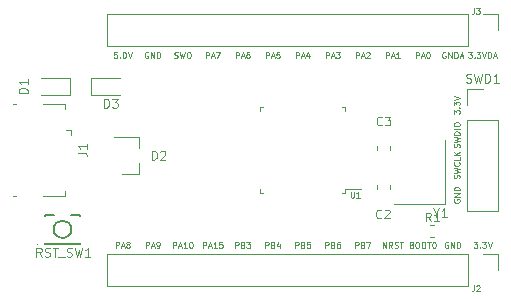
<source format=gbr>
G04 #@! TF.GenerationSoftware,KiCad,Pcbnew,(5.1.4)-1*
G04 #@! TF.CreationDate,2019-12-06T22:53:01-05:00*
G04 #@! TF.ProjectId,STM32G4DevBoard,53544d33-3247-4344-9465-76426f617264,rev?*
G04 #@! TF.SameCoordinates,Original*
G04 #@! TF.FileFunction,Legend,Top*
G04 #@! TF.FilePolarity,Positive*
%FSLAX46Y46*%
G04 Gerber Fmt 4.6, Leading zero omitted, Abs format (unit mm)*
G04 Created by KiCad (PCBNEW (5.1.4)-1) date 2019-12-06 22:53:01*
%MOMM*%
%LPD*%
G04 APERTURE LIST*
%ADD10C,0.100000*%
%ADD11C,0.120000*%
%ADD12C,0.127000*%
G04 APERTURE END LIST*
D10*
X145165000Y-95513952D02*
X145141190Y-95561571D01*
X145141190Y-95633000D01*
X145165000Y-95704428D01*
X145212619Y-95752047D01*
X145260238Y-95775857D01*
X145355476Y-95799666D01*
X145426904Y-95799666D01*
X145522142Y-95775857D01*
X145569761Y-95752047D01*
X145617380Y-95704428D01*
X145641190Y-95633000D01*
X145641190Y-95585380D01*
X145617380Y-95513952D01*
X145593571Y-95490142D01*
X145426904Y-95490142D01*
X145426904Y-95585380D01*
X145641190Y-95275857D02*
X145141190Y-95275857D01*
X145641190Y-94990142D01*
X145141190Y-94990142D01*
X145641190Y-94752047D02*
X145141190Y-94752047D01*
X145141190Y-94633000D01*
X145165000Y-94561571D01*
X145212619Y-94513952D01*
X145260238Y-94490142D01*
X145355476Y-94466333D01*
X145426904Y-94466333D01*
X145522142Y-94490142D01*
X145569761Y-94513952D01*
X145617380Y-94561571D01*
X145641190Y-94633000D01*
X145641190Y-94752047D01*
X145617380Y-93723953D02*
X145641190Y-93652524D01*
X145641190Y-93533477D01*
X145617380Y-93485858D01*
X145593571Y-93462048D01*
X145545952Y-93438239D01*
X145498333Y-93438239D01*
X145450714Y-93462048D01*
X145426904Y-93485858D01*
X145403095Y-93533477D01*
X145379285Y-93628715D01*
X145355476Y-93676334D01*
X145331666Y-93700143D01*
X145284047Y-93723953D01*
X145236428Y-93723953D01*
X145188809Y-93700143D01*
X145165000Y-93676334D01*
X145141190Y-93628715D01*
X145141190Y-93509667D01*
X145165000Y-93438239D01*
X145141190Y-93271572D02*
X145641190Y-93152524D01*
X145284047Y-93057286D01*
X145641190Y-92962048D01*
X145141190Y-92843001D01*
X145593571Y-92366810D02*
X145617380Y-92390620D01*
X145641190Y-92462048D01*
X145641190Y-92509667D01*
X145617380Y-92581096D01*
X145569761Y-92628715D01*
X145522142Y-92652524D01*
X145426904Y-92676334D01*
X145355476Y-92676334D01*
X145260238Y-92652524D01*
X145212619Y-92628715D01*
X145165000Y-92581096D01*
X145141190Y-92509667D01*
X145141190Y-92462048D01*
X145165000Y-92390620D01*
X145188809Y-92366810D01*
X145641190Y-91914429D02*
X145641190Y-92152524D01*
X145141190Y-92152524D01*
X145641190Y-91747762D02*
X145141190Y-91747762D01*
X145641190Y-91462048D02*
X145355476Y-91676334D01*
X145141190Y-91462048D02*
X145426904Y-91747762D01*
X145617380Y-91112523D02*
X145641190Y-91041095D01*
X145641190Y-90922047D01*
X145617380Y-90874428D01*
X145593571Y-90850619D01*
X145545952Y-90826809D01*
X145498333Y-90826809D01*
X145450714Y-90850619D01*
X145426904Y-90874428D01*
X145403095Y-90922047D01*
X145379285Y-91017285D01*
X145355476Y-91064904D01*
X145331666Y-91088714D01*
X145284047Y-91112523D01*
X145236428Y-91112523D01*
X145188809Y-91088714D01*
X145165000Y-91064904D01*
X145141190Y-91017285D01*
X145141190Y-90898238D01*
X145165000Y-90826809D01*
X145141190Y-90660142D02*
X145641190Y-90541095D01*
X145284047Y-90445857D01*
X145641190Y-90350619D01*
X145141190Y-90231571D01*
X145641190Y-90041095D02*
X145141190Y-90041095D01*
X145141190Y-89922047D01*
X145165000Y-89850619D01*
X145212619Y-89803000D01*
X145260238Y-89779190D01*
X145355476Y-89755380D01*
X145426904Y-89755380D01*
X145522142Y-89779190D01*
X145569761Y-89803000D01*
X145617380Y-89850619D01*
X145641190Y-89922047D01*
X145641190Y-90041095D01*
X145641190Y-89541095D02*
X145141190Y-89541095D01*
X145141190Y-89207761D02*
X145141190Y-89112523D01*
X145165000Y-89064904D01*
X145212619Y-89017285D01*
X145307857Y-88993476D01*
X145474523Y-88993476D01*
X145569761Y-89017285D01*
X145617380Y-89064904D01*
X145641190Y-89112523D01*
X145641190Y-89207761D01*
X145617380Y-89255380D01*
X145569761Y-89303000D01*
X145474523Y-89326809D01*
X145307857Y-89326809D01*
X145212619Y-89303000D01*
X145165000Y-89255380D01*
X145141190Y-89207761D01*
X145141190Y-88251095D02*
X145141190Y-87941571D01*
X145331666Y-88108238D01*
X145331666Y-88036809D01*
X145355476Y-87989190D01*
X145379285Y-87965380D01*
X145426904Y-87941571D01*
X145545952Y-87941571D01*
X145593571Y-87965380D01*
X145617380Y-87989190D01*
X145641190Y-88036809D01*
X145641190Y-88179666D01*
X145617380Y-88227285D01*
X145593571Y-88251095D01*
X145593571Y-87727285D02*
X145617380Y-87703476D01*
X145641190Y-87727285D01*
X145617380Y-87751095D01*
X145593571Y-87727285D01*
X145641190Y-87727285D01*
X145141190Y-87536809D02*
X145141190Y-87227285D01*
X145331666Y-87393952D01*
X145331666Y-87322523D01*
X145355476Y-87274904D01*
X145379285Y-87251095D01*
X145426904Y-87227285D01*
X145545952Y-87227285D01*
X145593571Y-87251095D01*
X145617380Y-87274904D01*
X145641190Y-87322523D01*
X145641190Y-87465380D01*
X145617380Y-87513000D01*
X145593571Y-87536809D01*
X145141190Y-87084428D02*
X145641190Y-86917761D01*
X145141190Y-86751095D01*
X144653047Y-99127500D02*
X144605428Y-99103690D01*
X144534000Y-99103690D01*
X144462571Y-99127500D01*
X144414952Y-99175119D01*
X144391142Y-99222738D01*
X144367333Y-99317976D01*
X144367333Y-99389404D01*
X144391142Y-99484642D01*
X144414952Y-99532261D01*
X144462571Y-99579880D01*
X144534000Y-99603690D01*
X144581619Y-99603690D01*
X144653047Y-99579880D01*
X144676857Y-99556071D01*
X144676857Y-99389404D01*
X144581619Y-99389404D01*
X144891142Y-99603690D02*
X144891142Y-99103690D01*
X145176857Y-99603690D01*
X145176857Y-99103690D01*
X145414952Y-99603690D02*
X145414952Y-99103690D01*
X145534000Y-99103690D01*
X145605428Y-99127500D01*
X145653047Y-99175119D01*
X145676857Y-99222738D01*
X145700666Y-99317976D01*
X145700666Y-99389404D01*
X145676857Y-99484642D01*
X145653047Y-99532261D01*
X145605428Y-99579880D01*
X145534000Y-99603690D01*
X145414952Y-99603690D01*
X146835904Y-99103690D02*
X147145428Y-99103690D01*
X146978761Y-99294166D01*
X147050190Y-99294166D01*
X147097809Y-99317976D01*
X147121619Y-99341785D01*
X147145428Y-99389404D01*
X147145428Y-99508452D01*
X147121619Y-99556071D01*
X147097809Y-99579880D01*
X147050190Y-99603690D01*
X146907333Y-99603690D01*
X146859714Y-99579880D01*
X146835904Y-99556071D01*
X147359714Y-99556071D02*
X147383523Y-99579880D01*
X147359714Y-99603690D01*
X147335904Y-99579880D01*
X147359714Y-99556071D01*
X147359714Y-99603690D01*
X147550190Y-99103690D02*
X147859714Y-99103690D01*
X147693047Y-99294166D01*
X147764476Y-99294166D01*
X147812095Y-99317976D01*
X147835904Y-99341785D01*
X147859714Y-99389404D01*
X147859714Y-99508452D01*
X147835904Y-99556071D01*
X147812095Y-99579880D01*
X147764476Y-99603690D01*
X147621619Y-99603690D01*
X147574000Y-99579880D01*
X147550190Y-99556071D01*
X148002571Y-99103690D02*
X148169238Y-99603690D01*
X148335904Y-99103690D01*
X141577333Y-99341785D02*
X141648761Y-99365595D01*
X141672571Y-99389404D01*
X141696380Y-99437023D01*
X141696380Y-99508452D01*
X141672571Y-99556071D01*
X141648761Y-99579880D01*
X141601142Y-99603690D01*
X141410666Y-99603690D01*
X141410666Y-99103690D01*
X141577333Y-99103690D01*
X141624952Y-99127500D01*
X141648761Y-99151309D01*
X141672571Y-99198928D01*
X141672571Y-99246547D01*
X141648761Y-99294166D01*
X141624952Y-99317976D01*
X141577333Y-99341785D01*
X141410666Y-99341785D01*
X142005904Y-99103690D02*
X142101142Y-99103690D01*
X142148761Y-99127500D01*
X142196380Y-99175119D01*
X142220190Y-99270357D01*
X142220190Y-99437023D01*
X142196380Y-99532261D01*
X142148761Y-99579880D01*
X142101142Y-99603690D01*
X142005904Y-99603690D01*
X141958285Y-99579880D01*
X141910666Y-99532261D01*
X141886857Y-99437023D01*
X141886857Y-99270357D01*
X141910666Y-99175119D01*
X141958285Y-99127500D01*
X142005904Y-99103690D01*
X142529714Y-99103690D02*
X142624952Y-99103690D01*
X142672571Y-99127500D01*
X142720190Y-99175119D01*
X142744000Y-99270357D01*
X142744000Y-99437023D01*
X142720190Y-99532261D01*
X142672571Y-99579880D01*
X142624952Y-99603690D01*
X142529714Y-99603690D01*
X142482095Y-99579880D01*
X142434476Y-99532261D01*
X142410666Y-99437023D01*
X142410666Y-99270357D01*
X142434476Y-99175119D01*
X142482095Y-99127500D01*
X142529714Y-99103690D01*
X142886857Y-99103690D02*
X143172571Y-99103690D01*
X143029714Y-99603690D02*
X143029714Y-99103690D01*
X143434476Y-99103690D02*
X143482095Y-99103690D01*
X143529714Y-99127500D01*
X143553523Y-99151309D01*
X143577333Y-99198928D01*
X143601142Y-99294166D01*
X143601142Y-99413214D01*
X143577333Y-99508452D01*
X143553523Y-99556071D01*
X143529714Y-99579880D01*
X143482095Y-99603690D01*
X143434476Y-99603690D01*
X143386857Y-99579880D01*
X143363047Y-99556071D01*
X143339238Y-99508452D01*
X143315428Y-99413214D01*
X143315428Y-99294166D01*
X143339238Y-99198928D01*
X143363047Y-99151309D01*
X143386857Y-99127500D01*
X143434476Y-99103690D01*
X139132571Y-99603690D02*
X139132571Y-99103690D01*
X139418285Y-99603690D01*
X139418285Y-99103690D01*
X139942095Y-99603690D02*
X139775428Y-99365595D01*
X139656380Y-99603690D02*
X139656380Y-99103690D01*
X139846857Y-99103690D01*
X139894476Y-99127500D01*
X139918285Y-99151309D01*
X139942095Y-99198928D01*
X139942095Y-99270357D01*
X139918285Y-99317976D01*
X139894476Y-99341785D01*
X139846857Y-99365595D01*
X139656380Y-99365595D01*
X140132571Y-99579880D02*
X140204000Y-99603690D01*
X140323047Y-99603690D01*
X140370666Y-99579880D01*
X140394476Y-99556071D01*
X140418285Y-99508452D01*
X140418285Y-99460833D01*
X140394476Y-99413214D01*
X140370666Y-99389404D01*
X140323047Y-99365595D01*
X140227809Y-99341785D01*
X140180190Y-99317976D01*
X140156380Y-99294166D01*
X140132571Y-99246547D01*
X140132571Y-99198928D01*
X140156380Y-99151309D01*
X140180190Y-99127500D01*
X140227809Y-99103690D01*
X140346857Y-99103690D01*
X140418285Y-99127500D01*
X140561142Y-99103690D02*
X140846857Y-99103690D01*
X140704000Y-99603690D02*
X140704000Y-99103690D01*
X136794952Y-99603690D02*
X136794952Y-99103690D01*
X136985428Y-99103690D01*
X137033047Y-99127500D01*
X137056857Y-99151309D01*
X137080666Y-99198928D01*
X137080666Y-99270357D01*
X137056857Y-99317976D01*
X137033047Y-99341785D01*
X136985428Y-99365595D01*
X136794952Y-99365595D01*
X137461619Y-99341785D02*
X137533047Y-99365595D01*
X137556857Y-99389404D01*
X137580666Y-99437023D01*
X137580666Y-99508452D01*
X137556857Y-99556071D01*
X137533047Y-99579880D01*
X137485428Y-99603690D01*
X137294952Y-99603690D01*
X137294952Y-99103690D01*
X137461619Y-99103690D01*
X137509238Y-99127500D01*
X137533047Y-99151309D01*
X137556857Y-99198928D01*
X137556857Y-99246547D01*
X137533047Y-99294166D01*
X137509238Y-99317976D01*
X137461619Y-99341785D01*
X137294952Y-99341785D01*
X137747333Y-99103690D02*
X138080666Y-99103690D01*
X137866380Y-99603690D01*
X134254952Y-99603690D02*
X134254952Y-99103690D01*
X134445428Y-99103690D01*
X134493047Y-99127500D01*
X134516857Y-99151309D01*
X134540666Y-99198928D01*
X134540666Y-99270357D01*
X134516857Y-99317976D01*
X134493047Y-99341785D01*
X134445428Y-99365595D01*
X134254952Y-99365595D01*
X134921619Y-99341785D02*
X134993047Y-99365595D01*
X135016857Y-99389404D01*
X135040666Y-99437023D01*
X135040666Y-99508452D01*
X135016857Y-99556071D01*
X134993047Y-99579880D01*
X134945428Y-99603690D01*
X134754952Y-99603690D01*
X134754952Y-99103690D01*
X134921619Y-99103690D01*
X134969238Y-99127500D01*
X134993047Y-99151309D01*
X135016857Y-99198928D01*
X135016857Y-99246547D01*
X134993047Y-99294166D01*
X134969238Y-99317976D01*
X134921619Y-99341785D01*
X134754952Y-99341785D01*
X135469238Y-99103690D02*
X135374000Y-99103690D01*
X135326380Y-99127500D01*
X135302571Y-99151309D01*
X135254952Y-99222738D01*
X135231142Y-99317976D01*
X135231142Y-99508452D01*
X135254952Y-99556071D01*
X135278761Y-99579880D01*
X135326380Y-99603690D01*
X135421619Y-99603690D01*
X135469238Y-99579880D01*
X135493047Y-99556071D01*
X135516857Y-99508452D01*
X135516857Y-99389404D01*
X135493047Y-99341785D01*
X135469238Y-99317976D01*
X135421619Y-99294166D01*
X135326380Y-99294166D01*
X135278761Y-99317976D01*
X135254952Y-99341785D01*
X135231142Y-99389404D01*
X131714952Y-99603690D02*
X131714952Y-99103690D01*
X131905428Y-99103690D01*
X131953047Y-99127500D01*
X131976857Y-99151309D01*
X132000666Y-99198928D01*
X132000666Y-99270357D01*
X131976857Y-99317976D01*
X131953047Y-99341785D01*
X131905428Y-99365595D01*
X131714952Y-99365595D01*
X132381619Y-99341785D02*
X132453047Y-99365595D01*
X132476857Y-99389404D01*
X132500666Y-99437023D01*
X132500666Y-99508452D01*
X132476857Y-99556071D01*
X132453047Y-99579880D01*
X132405428Y-99603690D01*
X132214952Y-99603690D01*
X132214952Y-99103690D01*
X132381619Y-99103690D01*
X132429238Y-99127500D01*
X132453047Y-99151309D01*
X132476857Y-99198928D01*
X132476857Y-99246547D01*
X132453047Y-99294166D01*
X132429238Y-99317976D01*
X132381619Y-99341785D01*
X132214952Y-99341785D01*
X132953047Y-99103690D02*
X132714952Y-99103690D01*
X132691142Y-99341785D01*
X132714952Y-99317976D01*
X132762571Y-99294166D01*
X132881619Y-99294166D01*
X132929238Y-99317976D01*
X132953047Y-99341785D01*
X132976857Y-99389404D01*
X132976857Y-99508452D01*
X132953047Y-99556071D01*
X132929238Y-99579880D01*
X132881619Y-99603690D01*
X132762571Y-99603690D01*
X132714952Y-99579880D01*
X132691142Y-99556071D01*
X129174952Y-99603690D02*
X129174952Y-99103690D01*
X129365428Y-99103690D01*
X129413047Y-99127500D01*
X129436857Y-99151309D01*
X129460666Y-99198928D01*
X129460666Y-99270357D01*
X129436857Y-99317976D01*
X129413047Y-99341785D01*
X129365428Y-99365595D01*
X129174952Y-99365595D01*
X129841619Y-99341785D02*
X129913047Y-99365595D01*
X129936857Y-99389404D01*
X129960666Y-99437023D01*
X129960666Y-99508452D01*
X129936857Y-99556071D01*
X129913047Y-99579880D01*
X129865428Y-99603690D01*
X129674952Y-99603690D01*
X129674952Y-99103690D01*
X129841619Y-99103690D01*
X129889238Y-99127500D01*
X129913047Y-99151309D01*
X129936857Y-99198928D01*
X129936857Y-99246547D01*
X129913047Y-99294166D01*
X129889238Y-99317976D01*
X129841619Y-99341785D01*
X129674952Y-99341785D01*
X130389238Y-99270357D02*
X130389238Y-99603690D01*
X130270190Y-99079880D02*
X130151142Y-99437023D01*
X130460666Y-99437023D01*
X126634952Y-99603690D02*
X126634952Y-99103690D01*
X126825428Y-99103690D01*
X126873047Y-99127500D01*
X126896857Y-99151309D01*
X126920666Y-99198928D01*
X126920666Y-99270357D01*
X126896857Y-99317976D01*
X126873047Y-99341785D01*
X126825428Y-99365595D01*
X126634952Y-99365595D01*
X127301619Y-99341785D02*
X127373047Y-99365595D01*
X127396857Y-99389404D01*
X127420666Y-99437023D01*
X127420666Y-99508452D01*
X127396857Y-99556071D01*
X127373047Y-99579880D01*
X127325428Y-99603690D01*
X127134952Y-99603690D01*
X127134952Y-99103690D01*
X127301619Y-99103690D01*
X127349238Y-99127500D01*
X127373047Y-99151309D01*
X127396857Y-99198928D01*
X127396857Y-99246547D01*
X127373047Y-99294166D01*
X127349238Y-99317976D01*
X127301619Y-99341785D01*
X127134952Y-99341785D01*
X127587333Y-99103690D02*
X127896857Y-99103690D01*
X127730190Y-99294166D01*
X127801619Y-99294166D01*
X127849238Y-99317976D01*
X127873047Y-99341785D01*
X127896857Y-99389404D01*
X127896857Y-99508452D01*
X127873047Y-99556071D01*
X127849238Y-99579880D01*
X127801619Y-99603690D01*
X127658761Y-99603690D01*
X127611142Y-99579880D01*
X127587333Y-99556071D01*
X116510666Y-99603690D02*
X116510666Y-99103690D01*
X116701142Y-99103690D01*
X116748761Y-99127500D01*
X116772571Y-99151309D01*
X116796380Y-99198928D01*
X116796380Y-99270357D01*
X116772571Y-99317976D01*
X116748761Y-99341785D01*
X116701142Y-99365595D01*
X116510666Y-99365595D01*
X116986857Y-99460833D02*
X117224952Y-99460833D01*
X116939238Y-99603690D02*
X117105904Y-99103690D01*
X117272571Y-99603690D01*
X117510666Y-99317976D02*
X117463047Y-99294166D01*
X117439238Y-99270357D01*
X117415428Y-99222738D01*
X117415428Y-99198928D01*
X117439238Y-99151309D01*
X117463047Y-99127500D01*
X117510666Y-99103690D01*
X117605904Y-99103690D01*
X117653523Y-99127500D01*
X117677333Y-99151309D01*
X117701142Y-99198928D01*
X117701142Y-99222738D01*
X117677333Y-99270357D01*
X117653523Y-99294166D01*
X117605904Y-99317976D01*
X117510666Y-99317976D01*
X117463047Y-99341785D01*
X117439238Y-99365595D01*
X117415428Y-99413214D01*
X117415428Y-99508452D01*
X117439238Y-99556071D01*
X117463047Y-99579880D01*
X117510666Y-99603690D01*
X117605904Y-99603690D01*
X117653523Y-99579880D01*
X117677333Y-99556071D01*
X117701142Y-99508452D01*
X117701142Y-99413214D01*
X117677333Y-99365595D01*
X117653523Y-99341785D01*
X117605904Y-99317976D01*
X119050666Y-99603690D02*
X119050666Y-99103690D01*
X119241142Y-99103690D01*
X119288761Y-99127500D01*
X119312571Y-99151309D01*
X119336380Y-99198928D01*
X119336380Y-99270357D01*
X119312571Y-99317976D01*
X119288761Y-99341785D01*
X119241142Y-99365595D01*
X119050666Y-99365595D01*
X119526857Y-99460833D02*
X119764952Y-99460833D01*
X119479238Y-99603690D02*
X119645904Y-99103690D01*
X119812571Y-99603690D01*
X120003047Y-99603690D02*
X120098285Y-99603690D01*
X120145904Y-99579880D01*
X120169714Y-99556071D01*
X120217333Y-99484642D01*
X120241142Y-99389404D01*
X120241142Y-99198928D01*
X120217333Y-99151309D01*
X120193523Y-99127500D01*
X120145904Y-99103690D01*
X120050666Y-99103690D01*
X120003047Y-99127500D01*
X119979238Y-99151309D01*
X119955428Y-99198928D01*
X119955428Y-99317976D01*
X119979238Y-99365595D01*
X120003047Y-99389404D01*
X120050666Y-99413214D01*
X120145904Y-99413214D01*
X120193523Y-99389404D01*
X120217333Y-99365595D01*
X120241142Y-99317976D01*
X123892571Y-99603690D02*
X123892571Y-99103690D01*
X124083047Y-99103690D01*
X124130666Y-99127500D01*
X124154476Y-99151309D01*
X124178285Y-99198928D01*
X124178285Y-99270357D01*
X124154476Y-99317976D01*
X124130666Y-99341785D01*
X124083047Y-99365595D01*
X123892571Y-99365595D01*
X124368761Y-99460833D02*
X124606857Y-99460833D01*
X124321142Y-99603690D02*
X124487809Y-99103690D01*
X124654476Y-99603690D01*
X125083047Y-99603690D02*
X124797333Y-99603690D01*
X124940190Y-99603690D02*
X124940190Y-99103690D01*
X124892571Y-99175119D01*
X124844952Y-99222738D01*
X124797333Y-99246547D01*
X125535428Y-99103690D02*
X125297333Y-99103690D01*
X125273523Y-99341785D01*
X125297333Y-99317976D01*
X125344952Y-99294166D01*
X125464000Y-99294166D01*
X125511619Y-99317976D01*
X125535428Y-99341785D01*
X125559238Y-99389404D01*
X125559238Y-99508452D01*
X125535428Y-99556071D01*
X125511619Y-99579880D01*
X125464000Y-99603690D01*
X125344952Y-99603690D01*
X125297333Y-99579880D01*
X125273523Y-99556071D01*
X121352571Y-99603690D02*
X121352571Y-99103690D01*
X121543047Y-99103690D01*
X121590666Y-99127500D01*
X121614476Y-99151309D01*
X121638285Y-99198928D01*
X121638285Y-99270357D01*
X121614476Y-99317976D01*
X121590666Y-99341785D01*
X121543047Y-99365595D01*
X121352571Y-99365595D01*
X121828761Y-99460833D02*
X122066857Y-99460833D01*
X121781142Y-99603690D02*
X121947809Y-99103690D01*
X122114476Y-99603690D01*
X122543047Y-99603690D02*
X122257333Y-99603690D01*
X122400190Y-99603690D02*
X122400190Y-99103690D01*
X122352571Y-99175119D01*
X122304952Y-99222738D01*
X122257333Y-99246547D01*
X122852571Y-99103690D02*
X122900190Y-99103690D01*
X122947809Y-99127500D01*
X122971619Y-99151309D01*
X122995428Y-99198928D01*
X123019238Y-99294166D01*
X123019238Y-99413214D01*
X122995428Y-99508452D01*
X122971619Y-99556071D01*
X122947809Y-99579880D01*
X122900190Y-99603690D01*
X122852571Y-99603690D01*
X122804952Y-99579880D01*
X122781142Y-99556071D01*
X122757333Y-99508452D01*
X122733523Y-99413214D01*
X122733523Y-99294166D01*
X122757333Y-99198928D01*
X122781142Y-99151309D01*
X122804952Y-99127500D01*
X122852571Y-99103690D01*
X146371619Y-83038190D02*
X146681142Y-83038190D01*
X146514476Y-83228666D01*
X146585904Y-83228666D01*
X146633523Y-83252476D01*
X146657333Y-83276285D01*
X146681142Y-83323904D01*
X146681142Y-83442952D01*
X146657333Y-83490571D01*
X146633523Y-83514380D01*
X146585904Y-83538190D01*
X146443047Y-83538190D01*
X146395428Y-83514380D01*
X146371619Y-83490571D01*
X146895428Y-83490571D02*
X146919238Y-83514380D01*
X146895428Y-83538190D01*
X146871619Y-83514380D01*
X146895428Y-83490571D01*
X146895428Y-83538190D01*
X147085904Y-83038190D02*
X147395428Y-83038190D01*
X147228761Y-83228666D01*
X147300190Y-83228666D01*
X147347809Y-83252476D01*
X147371619Y-83276285D01*
X147395428Y-83323904D01*
X147395428Y-83442952D01*
X147371619Y-83490571D01*
X147347809Y-83514380D01*
X147300190Y-83538190D01*
X147157333Y-83538190D01*
X147109714Y-83514380D01*
X147085904Y-83490571D01*
X147538285Y-83038190D02*
X147704952Y-83538190D01*
X147871619Y-83038190D01*
X148038285Y-83538190D02*
X148038285Y-83038190D01*
X148157333Y-83038190D01*
X148228761Y-83062000D01*
X148276380Y-83109619D01*
X148300190Y-83157238D01*
X148324000Y-83252476D01*
X148324000Y-83323904D01*
X148300190Y-83419142D01*
X148276380Y-83466761D01*
X148228761Y-83514380D01*
X148157333Y-83538190D01*
X148038285Y-83538190D01*
X148514476Y-83395333D02*
X148752571Y-83395333D01*
X148466857Y-83538190D02*
X148633523Y-83038190D01*
X148800190Y-83538190D01*
X144438761Y-83062000D02*
X144391142Y-83038190D01*
X144319714Y-83038190D01*
X144248285Y-83062000D01*
X144200666Y-83109619D01*
X144176857Y-83157238D01*
X144153047Y-83252476D01*
X144153047Y-83323904D01*
X144176857Y-83419142D01*
X144200666Y-83466761D01*
X144248285Y-83514380D01*
X144319714Y-83538190D01*
X144367333Y-83538190D01*
X144438761Y-83514380D01*
X144462571Y-83490571D01*
X144462571Y-83323904D01*
X144367333Y-83323904D01*
X144676857Y-83538190D02*
X144676857Y-83038190D01*
X144962571Y-83538190D01*
X144962571Y-83038190D01*
X145200666Y-83538190D02*
X145200666Y-83038190D01*
X145319714Y-83038190D01*
X145391142Y-83062000D01*
X145438761Y-83109619D01*
X145462571Y-83157238D01*
X145486380Y-83252476D01*
X145486380Y-83323904D01*
X145462571Y-83419142D01*
X145438761Y-83466761D01*
X145391142Y-83514380D01*
X145319714Y-83538190D01*
X145200666Y-83538190D01*
X145676857Y-83395333D02*
X145914952Y-83395333D01*
X145629238Y-83538190D02*
X145795904Y-83038190D01*
X145962571Y-83538190D01*
X141910666Y-83538190D02*
X141910666Y-83038190D01*
X142101142Y-83038190D01*
X142148761Y-83062000D01*
X142172571Y-83085809D01*
X142196380Y-83133428D01*
X142196380Y-83204857D01*
X142172571Y-83252476D01*
X142148761Y-83276285D01*
X142101142Y-83300095D01*
X141910666Y-83300095D01*
X142386857Y-83395333D02*
X142624952Y-83395333D01*
X142339238Y-83538190D02*
X142505904Y-83038190D01*
X142672571Y-83538190D01*
X142934476Y-83038190D02*
X142982095Y-83038190D01*
X143029714Y-83062000D01*
X143053523Y-83085809D01*
X143077333Y-83133428D01*
X143101142Y-83228666D01*
X143101142Y-83347714D01*
X143077333Y-83442952D01*
X143053523Y-83490571D01*
X143029714Y-83514380D01*
X142982095Y-83538190D01*
X142934476Y-83538190D01*
X142886857Y-83514380D01*
X142863047Y-83490571D01*
X142839238Y-83442952D01*
X142815428Y-83347714D01*
X142815428Y-83228666D01*
X142839238Y-83133428D01*
X142863047Y-83085809D01*
X142886857Y-83062000D01*
X142934476Y-83038190D01*
X139370666Y-83538190D02*
X139370666Y-83038190D01*
X139561142Y-83038190D01*
X139608761Y-83062000D01*
X139632571Y-83085809D01*
X139656380Y-83133428D01*
X139656380Y-83204857D01*
X139632571Y-83252476D01*
X139608761Y-83276285D01*
X139561142Y-83300095D01*
X139370666Y-83300095D01*
X139846857Y-83395333D02*
X140084952Y-83395333D01*
X139799238Y-83538190D02*
X139965904Y-83038190D01*
X140132571Y-83538190D01*
X140561142Y-83538190D02*
X140275428Y-83538190D01*
X140418285Y-83538190D02*
X140418285Y-83038190D01*
X140370666Y-83109619D01*
X140323047Y-83157238D01*
X140275428Y-83181047D01*
X136830666Y-83538190D02*
X136830666Y-83038190D01*
X137021142Y-83038190D01*
X137068761Y-83062000D01*
X137092571Y-83085809D01*
X137116380Y-83133428D01*
X137116380Y-83204857D01*
X137092571Y-83252476D01*
X137068761Y-83276285D01*
X137021142Y-83300095D01*
X136830666Y-83300095D01*
X137306857Y-83395333D02*
X137544952Y-83395333D01*
X137259238Y-83538190D02*
X137425904Y-83038190D01*
X137592571Y-83538190D01*
X137735428Y-83085809D02*
X137759238Y-83062000D01*
X137806857Y-83038190D01*
X137925904Y-83038190D01*
X137973523Y-83062000D01*
X137997333Y-83085809D01*
X138021142Y-83133428D01*
X138021142Y-83181047D01*
X137997333Y-83252476D01*
X137711619Y-83538190D01*
X138021142Y-83538190D01*
X134290666Y-83538190D02*
X134290666Y-83038190D01*
X134481142Y-83038190D01*
X134528761Y-83062000D01*
X134552571Y-83085809D01*
X134576380Y-83133428D01*
X134576380Y-83204857D01*
X134552571Y-83252476D01*
X134528761Y-83276285D01*
X134481142Y-83300095D01*
X134290666Y-83300095D01*
X134766857Y-83395333D02*
X135004952Y-83395333D01*
X134719238Y-83538190D02*
X134885904Y-83038190D01*
X135052571Y-83538190D01*
X135171619Y-83038190D02*
X135481142Y-83038190D01*
X135314476Y-83228666D01*
X135385904Y-83228666D01*
X135433523Y-83252476D01*
X135457333Y-83276285D01*
X135481142Y-83323904D01*
X135481142Y-83442952D01*
X135457333Y-83490571D01*
X135433523Y-83514380D01*
X135385904Y-83538190D01*
X135243047Y-83538190D01*
X135195428Y-83514380D01*
X135171619Y-83490571D01*
X131750666Y-83538190D02*
X131750666Y-83038190D01*
X131941142Y-83038190D01*
X131988761Y-83062000D01*
X132012571Y-83085809D01*
X132036380Y-83133428D01*
X132036380Y-83204857D01*
X132012571Y-83252476D01*
X131988761Y-83276285D01*
X131941142Y-83300095D01*
X131750666Y-83300095D01*
X132226857Y-83395333D02*
X132464952Y-83395333D01*
X132179238Y-83538190D02*
X132345904Y-83038190D01*
X132512571Y-83538190D01*
X132893523Y-83204857D02*
X132893523Y-83538190D01*
X132774476Y-83014380D02*
X132655428Y-83371523D01*
X132964952Y-83371523D01*
X129210666Y-83538190D02*
X129210666Y-83038190D01*
X129401142Y-83038190D01*
X129448761Y-83062000D01*
X129472571Y-83085809D01*
X129496380Y-83133428D01*
X129496380Y-83204857D01*
X129472571Y-83252476D01*
X129448761Y-83276285D01*
X129401142Y-83300095D01*
X129210666Y-83300095D01*
X129686857Y-83395333D02*
X129924952Y-83395333D01*
X129639238Y-83538190D02*
X129805904Y-83038190D01*
X129972571Y-83538190D01*
X130377333Y-83038190D02*
X130139238Y-83038190D01*
X130115428Y-83276285D01*
X130139238Y-83252476D01*
X130186857Y-83228666D01*
X130305904Y-83228666D01*
X130353523Y-83252476D01*
X130377333Y-83276285D01*
X130401142Y-83323904D01*
X130401142Y-83442952D01*
X130377333Y-83490571D01*
X130353523Y-83514380D01*
X130305904Y-83538190D01*
X130186857Y-83538190D01*
X130139238Y-83514380D01*
X130115428Y-83490571D01*
X126670666Y-83538190D02*
X126670666Y-83038190D01*
X126861142Y-83038190D01*
X126908761Y-83062000D01*
X126932571Y-83085809D01*
X126956380Y-83133428D01*
X126956380Y-83204857D01*
X126932571Y-83252476D01*
X126908761Y-83276285D01*
X126861142Y-83300095D01*
X126670666Y-83300095D01*
X127146857Y-83395333D02*
X127384952Y-83395333D01*
X127099238Y-83538190D02*
X127265904Y-83038190D01*
X127432571Y-83538190D01*
X127813523Y-83038190D02*
X127718285Y-83038190D01*
X127670666Y-83062000D01*
X127646857Y-83085809D01*
X127599238Y-83157238D01*
X127575428Y-83252476D01*
X127575428Y-83442952D01*
X127599238Y-83490571D01*
X127623047Y-83514380D01*
X127670666Y-83538190D01*
X127765904Y-83538190D01*
X127813523Y-83514380D01*
X127837333Y-83490571D01*
X127861142Y-83442952D01*
X127861142Y-83323904D01*
X127837333Y-83276285D01*
X127813523Y-83252476D01*
X127765904Y-83228666D01*
X127670666Y-83228666D01*
X127623047Y-83252476D01*
X127599238Y-83276285D01*
X127575428Y-83323904D01*
X124130666Y-83538190D02*
X124130666Y-83038190D01*
X124321142Y-83038190D01*
X124368761Y-83062000D01*
X124392571Y-83085809D01*
X124416380Y-83133428D01*
X124416380Y-83204857D01*
X124392571Y-83252476D01*
X124368761Y-83276285D01*
X124321142Y-83300095D01*
X124130666Y-83300095D01*
X124606857Y-83395333D02*
X124844952Y-83395333D01*
X124559238Y-83538190D02*
X124725904Y-83038190D01*
X124892571Y-83538190D01*
X125011619Y-83038190D02*
X125344952Y-83038190D01*
X125130666Y-83538190D01*
X121483523Y-83514380D02*
X121554952Y-83538190D01*
X121674000Y-83538190D01*
X121721619Y-83514380D01*
X121745428Y-83490571D01*
X121769238Y-83442952D01*
X121769238Y-83395333D01*
X121745428Y-83347714D01*
X121721619Y-83323904D01*
X121674000Y-83300095D01*
X121578761Y-83276285D01*
X121531142Y-83252476D01*
X121507333Y-83228666D01*
X121483523Y-83181047D01*
X121483523Y-83133428D01*
X121507333Y-83085809D01*
X121531142Y-83062000D01*
X121578761Y-83038190D01*
X121697809Y-83038190D01*
X121769238Y-83062000D01*
X121935904Y-83038190D02*
X122054952Y-83538190D01*
X122150190Y-83181047D01*
X122245428Y-83538190D01*
X122364476Y-83038190D01*
X122650190Y-83038190D02*
X122745428Y-83038190D01*
X122793047Y-83062000D01*
X122840666Y-83109619D01*
X122864476Y-83204857D01*
X122864476Y-83371523D01*
X122840666Y-83466761D01*
X122793047Y-83514380D01*
X122745428Y-83538190D01*
X122650190Y-83538190D01*
X122602571Y-83514380D01*
X122554952Y-83466761D01*
X122531142Y-83371523D01*
X122531142Y-83204857D01*
X122554952Y-83109619D01*
X122602571Y-83062000D01*
X122650190Y-83038190D01*
X119253047Y-83062000D02*
X119205428Y-83038190D01*
X119134000Y-83038190D01*
X119062571Y-83062000D01*
X119014952Y-83109619D01*
X118991142Y-83157238D01*
X118967333Y-83252476D01*
X118967333Y-83323904D01*
X118991142Y-83419142D01*
X119014952Y-83466761D01*
X119062571Y-83514380D01*
X119134000Y-83538190D01*
X119181619Y-83538190D01*
X119253047Y-83514380D01*
X119276857Y-83490571D01*
X119276857Y-83323904D01*
X119181619Y-83323904D01*
X119491142Y-83538190D02*
X119491142Y-83038190D01*
X119776857Y-83538190D01*
X119776857Y-83038190D01*
X120014952Y-83538190D02*
X120014952Y-83038190D01*
X120134000Y-83038190D01*
X120205428Y-83062000D01*
X120253047Y-83109619D01*
X120276857Y-83157238D01*
X120300666Y-83252476D01*
X120300666Y-83323904D01*
X120276857Y-83419142D01*
X120253047Y-83466761D01*
X120205428Y-83514380D01*
X120134000Y-83538190D01*
X120014952Y-83538190D01*
X116641619Y-83038190D02*
X116403523Y-83038190D01*
X116379714Y-83276285D01*
X116403523Y-83252476D01*
X116451142Y-83228666D01*
X116570190Y-83228666D01*
X116617809Y-83252476D01*
X116641619Y-83276285D01*
X116665428Y-83323904D01*
X116665428Y-83442952D01*
X116641619Y-83490571D01*
X116617809Y-83514380D01*
X116570190Y-83538190D01*
X116451142Y-83538190D01*
X116403523Y-83514380D01*
X116379714Y-83490571D01*
X116879714Y-83490571D02*
X116903523Y-83514380D01*
X116879714Y-83538190D01*
X116855904Y-83514380D01*
X116879714Y-83490571D01*
X116879714Y-83538190D01*
X117213047Y-83038190D02*
X117260666Y-83038190D01*
X117308285Y-83062000D01*
X117332095Y-83085809D01*
X117355904Y-83133428D01*
X117379714Y-83228666D01*
X117379714Y-83347714D01*
X117355904Y-83442952D01*
X117332095Y-83490571D01*
X117308285Y-83514380D01*
X117260666Y-83538190D01*
X117213047Y-83538190D01*
X117165428Y-83514380D01*
X117141619Y-83490571D01*
X117117809Y-83442952D01*
X117094000Y-83347714D01*
X117094000Y-83228666D01*
X117117809Y-83133428D01*
X117141619Y-83085809D01*
X117165428Y-83062000D01*
X117213047Y-83038190D01*
X117522571Y-83038190D02*
X117689238Y-83538190D01*
X117855904Y-83038190D01*
D11*
X129024000Y-87703000D02*
X128724000Y-87703000D01*
X128724000Y-87703000D02*
X128724000Y-88003000D01*
X135644000Y-87703000D02*
X135944000Y-87703000D01*
X135944000Y-87703000D02*
X135944000Y-88003000D01*
X129024000Y-94923000D02*
X128724000Y-94923000D01*
X128724000Y-94923000D02*
X128724000Y-94623000D01*
X135644000Y-94923000D02*
X135944000Y-94923000D01*
X135944000Y-94923000D02*
X135944000Y-94623000D01*
X135944000Y-94623000D02*
X137259000Y-94623000D01*
X116916100Y-85193200D02*
X114456100Y-85193200D01*
X114456100Y-85193200D02*
X114456100Y-86663200D01*
X114456100Y-86663200D02*
X116916100Y-86663200D01*
X148904000Y-100143000D02*
X148904000Y-101473000D01*
X147574000Y-100143000D02*
X148904000Y-100143000D01*
X146304000Y-100143000D02*
X146304000Y-102803000D01*
X146304000Y-102803000D02*
X115764000Y-102803000D01*
X146304000Y-100143000D02*
X115764000Y-100143000D01*
X115764000Y-100143000D02*
X115764000Y-102803000D01*
X148904000Y-79823000D02*
X148904000Y-81153000D01*
X147574000Y-79823000D02*
X148904000Y-79823000D01*
X146304000Y-79823000D02*
X146304000Y-82483000D01*
X146304000Y-82483000D02*
X115764000Y-82483000D01*
X146304000Y-79823000D02*
X115764000Y-79823000D01*
X115764000Y-79823000D02*
X115764000Y-82483000D01*
X112762400Y-89613000D02*
X112312400Y-89613000D01*
X112762400Y-89613000D02*
X112762400Y-90063000D01*
X112212400Y-95213000D02*
X112212400Y-94763000D01*
X110362400Y-95213000D02*
X112212400Y-95213000D01*
X107812400Y-87413000D02*
X108062400Y-87413000D01*
X107812400Y-95213000D02*
X108062400Y-95213000D01*
X110362400Y-87413000D02*
X112212400Y-87413000D01*
X112212400Y-87413000D02*
X112212400Y-87863000D01*
X144390000Y-95918000D02*
X144390000Y-90518000D01*
X140090000Y-95918000D02*
X144390000Y-95918000D01*
X118505000Y-93383400D02*
X118505000Y-92453400D01*
X118505000Y-90223400D02*
X118505000Y-91153400D01*
X118505000Y-90223400D02*
X116345000Y-90223400D01*
X118505000Y-93383400D02*
X117045000Y-93383400D01*
D10*
X109914000Y-99294000D02*
G75*
G03X109914000Y-99294000I-50000J0D01*
G01*
D12*
X110514000Y-96794000D02*
X111314000Y-96794000D01*
X110514000Y-96894000D02*
X110514000Y-96794000D01*
X113514000Y-96794000D02*
X112714000Y-96794000D01*
X113514000Y-96894000D02*
X113514000Y-96794000D01*
X110514000Y-99294000D02*
X110514000Y-99194000D01*
X113514000Y-99294000D02*
X110514000Y-99294000D01*
X113514000Y-99194000D02*
X113514000Y-99294000D01*
X112764000Y-98044000D02*
G75*
G03X112764000Y-98044000I-750000J0D01*
G01*
D11*
X139702000Y-94316733D02*
X139702000Y-94659267D01*
X138682000Y-94316733D02*
X138682000Y-94659267D01*
X138682000Y-91014733D02*
X138682000Y-91357267D01*
X139702000Y-91014733D02*
X139702000Y-91357267D01*
X110163600Y-86663200D02*
X112623600Y-86663200D01*
X112623600Y-86663200D02*
X112623600Y-85193200D01*
X112623600Y-85193200D02*
X110163600Y-85193200D01*
X143490767Y-98681000D02*
X143148233Y-98681000D01*
X143490767Y-97661000D02*
X143148233Y-97661000D01*
X146244000Y-96463000D02*
X148904000Y-96463000D01*
X146244000Y-88783000D02*
X146244000Y-96463000D01*
X148904000Y-88783000D02*
X148904000Y-96463000D01*
X146244000Y-88783000D02*
X148904000Y-88783000D01*
X146244000Y-87513000D02*
X146244000Y-86183000D01*
X146244000Y-86183000D02*
X147574000Y-86183000D01*
D10*
X136398047Y-94849190D02*
X136398047Y-95253952D01*
X136421857Y-95301571D01*
X136445666Y-95325380D01*
X136493285Y-95349190D01*
X136588523Y-95349190D01*
X136636142Y-95325380D01*
X136659952Y-95301571D01*
X136683761Y-95253952D01*
X136683761Y-94849190D01*
X137183761Y-95349190D02*
X136898047Y-95349190D01*
X137040904Y-95349190D02*
X137040904Y-94849190D01*
X136993285Y-94920619D01*
X136945666Y-94968238D01*
X136898047Y-94992047D01*
X115540028Y-87740685D02*
X115540028Y-86990685D01*
X115718600Y-86990685D01*
X115825742Y-87026400D01*
X115897171Y-87097828D01*
X115932885Y-87169257D01*
X115968600Y-87312114D01*
X115968600Y-87419257D01*
X115932885Y-87562114D01*
X115897171Y-87633542D01*
X115825742Y-87704971D01*
X115718600Y-87740685D01*
X115540028Y-87740685D01*
X116218600Y-86990685D02*
X116682885Y-86990685D01*
X116432885Y-87276400D01*
X116540028Y-87276400D01*
X116611457Y-87312114D01*
X116647171Y-87347828D01*
X116682885Y-87419257D01*
X116682885Y-87597828D01*
X116647171Y-87669257D01*
X116611457Y-87704971D01*
X116540028Y-87740685D01*
X116325742Y-87740685D01*
X116254314Y-87704971D01*
X116218600Y-87669257D01*
X146835833Y-102786690D02*
X146835833Y-103143833D01*
X146812023Y-103215261D01*
X146764404Y-103262880D01*
X146692976Y-103286690D01*
X146645357Y-103286690D01*
X147050119Y-102834309D02*
X147073928Y-102810500D01*
X147121547Y-102786690D01*
X147240595Y-102786690D01*
X147288214Y-102810500D01*
X147312023Y-102834309D01*
X147335833Y-102881928D01*
X147335833Y-102929547D01*
X147312023Y-103000976D01*
X147026309Y-103286690D01*
X147335833Y-103286690D01*
X146835833Y-79291690D02*
X146835833Y-79648833D01*
X146812023Y-79720261D01*
X146764404Y-79767880D01*
X146692976Y-79791690D01*
X146645357Y-79791690D01*
X147026309Y-79291690D02*
X147335833Y-79291690D01*
X147169166Y-79482166D01*
X147240595Y-79482166D01*
X147288214Y-79505976D01*
X147312023Y-79529785D01*
X147335833Y-79577404D01*
X147335833Y-79696452D01*
X147312023Y-79744071D01*
X147288214Y-79767880D01*
X147240595Y-79791690D01*
X147097738Y-79791690D01*
X147050119Y-79767880D01*
X147026309Y-79744071D01*
X113317785Y-91563000D02*
X113853500Y-91563000D01*
X113960642Y-91598714D01*
X114032071Y-91670142D01*
X114067785Y-91777285D01*
X114067785Y-91848714D01*
X114067785Y-90813000D02*
X114067785Y-91241571D01*
X114067785Y-91027285D02*
X113317785Y-91027285D01*
X113424928Y-91098714D01*
X113496357Y-91170142D01*
X113532071Y-91241571D01*
X143660857Y-96629142D02*
X143660857Y-96986285D01*
X143410857Y-96236285D02*
X143660857Y-96629142D01*
X143910857Y-96236285D01*
X144553714Y-96986285D02*
X144125142Y-96986285D01*
X144339428Y-96986285D02*
X144339428Y-96236285D01*
X144268000Y-96343428D01*
X144196571Y-96414857D01*
X144125142Y-96450571D01*
X119588428Y-92142685D02*
X119588428Y-91392685D01*
X119767000Y-91392685D01*
X119874142Y-91428400D01*
X119945571Y-91499828D01*
X119981285Y-91571257D01*
X120017000Y-91714114D01*
X120017000Y-91821257D01*
X119981285Y-91964114D01*
X119945571Y-92035542D01*
X119874142Y-92106971D01*
X119767000Y-92142685D01*
X119588428Y-92142685D01*
X120302714Y-91464114D02*
X120338428Y-91428400D01*
X120409857Y-91392685D01*
X120588428Y-91392685D01*
X120659857Y-91428400D01*
X120695571Y-91464114D01*
X120731285Y-91535542D01*
X120731285Y-91606971D01*
X120695571Y-91714114D01*
X120267000Y-92142685D01*
X120731285Y-92142685D01*
X110238214Y-100351785D02*
X109988214Y-99994642D01*
X109809642Y-100351785D02*
X109809642Y-99601785D01*
X110095357Y-99601785D01*
X110166785Y-99637500D01*
X110202500Y-99673214D01*
X110238214Y-99744642D01*
X110238214Y-99851785D01*
X110202500Y-99923214D01*
X110166785Y-99958928D01*
X110095357Y-99994642D01*
X109809642Y-99994642D01*
X110523928Y-100316071D02*
X110631071Y-100351785D01*
X110809642Y-100351785D01*
X110881071Y-100316071D01*
X110916785Y-100280357D01*
X110952500Y-100208928D01*
X110952500Y-100137500D01*
X110916785Y-100066071D01*
X110881071Y-100030357D01*
X110809642Y-99994642D01*
X110666785Y-99958928D01*
X110595357Y-99923214D01*
X110559642Y-99887500D01*
X110523928Y-99816071D01*
X110523928Y-99744642D01*
X110559642Y-99673214D01*
X110595357Y-99637500D01*
X110666785Y-99601785D01*
X110845357Y-99601785D01*
X110952500Y-99637500D01*
X111166785Y-99601785D02*
X111595357Y-99601785D01*
X111381071Y-100351785D02*
X111381071Y-99601785D01*
X111666785Y-100423214D02*
X112238214Y-100423214D01*
X112381071Y-100316071D02*
X112488214Y-100351785D01*
X112666785Y-100351785D01*
X112738214Y-100316071D01*
X112773928Y-100280357D01*
X112809642Y-100208928D01*
X112809642Y-100137500D01*
X112773928Y-100066071D01*
X112738214Y-100030357D01*
X112666785Y-99994642D01*
X112523928Y-99958928D01*
X112452500Y-99923214D01*
X112416785Y-99887500D01*
X112381071Y-99816071D01*
X112381071Y-99744642D01*
X112416785Y-99673214D01*
X112452500Y-99637500D01*
X112523928Y-99601785D01*
X112702500Y-99601785D01*
X112809642Y-99637500D01*
X113059642Y-99601785D02*
X113238214Y-100351785D01*
X113381071Y-99816071D01*
X113523928Y-100351785D01*
X113702500Y-99601785D01*
X114381071Y-100351785D02*
X113952500Y-100351785D01*
X114166785Y-100351785D02*
X114166785Y-99601785D01*
X114095357Y-99708928D01*
X114023928Y-99780357D01*
X113952500Y-99816071D01*
X139003500Y-97041857D02*
X138967785Y-97077571D01*
X138860642Y-97113285D01*
X138789214Y-97113285D01*
X138682071Y-97077571D01*
X138610642Y-97006142D01*
X138574928Y-96934714D01*
X138539214Y-96791857D01*
X138539214Y-96684714D01*
X138574928Y-96541857D01*
X138610642Y-96470428D01*
X138682071Y-96399000D01*
X138789214Y-96363285D01*
X138860642Y-96363285D01*
X138967785Y-96399000D01*
X139003500Y-96434714D01*
X139289214Y-96434714D02*
X139324928Y-96399000D01*
X139396357Y-96363285D01*
X139574928Y-96363285D01*
X139646357Y-96399000D01*
X139682071Y-96434714D01*
X139717785Y-96506142D01*
X139717785Y-96577571D01*
X139682071Y-96684714D01*
X139253500Y-97113285D01*
X139717785Y-97113285D01*
X139067000Y-89167857D02*
X139031285Y-89203571D01*
X138924142Y-89239285D01*
X138852714Y-89239285D01*
X138745571Y-89203571D01*
X138674142Y-89132142D01*
X138638428Y-89060714D01*
X138602714Y-88917857D01*
X138602714Y-88810714D01*
X138638428Y-88667857D01*
X138674142Y-88596428D01*
X138745571Y-88525000D01*
X138852714Y-88489285D01*
X138924142Y-88489285D01*
X139031285Y-88525000D01*
X139067000Y-88560714D01*
X139317000Y-88489285D02*
X139781285Y-88489285D01*
X139531285Y-88775000D01*
X139638428Y-88775000D01*
X139709857Y-88810714D01*
X139745571Y-88846428D01*
X139781285Y-88917857D01*
X139781285Y-89096428D01*
X139745571Y-89167857D01*
X139709857Y-89203571D01*
X139638428Y-89239285D01*
X139424142Y-89239285D01*
X139352714Y-89203571D01*
X139317000Y-89167857D01*
X109051285Y-86481771D02*
X108301285Y-86481771D01*
X108301285Y-86303200D01*
X108337000Y-86196057D01*
X108408428Y-86124628D01*
X108479857Y-86088914D01*
X108622714Y-86053200D01*
X108729857Y-86053200D01*
X108872714Y-86088914D01*
X108944142Y-86124628D01*
X109015571Y-86196057D01*
X109051285Y-86303200D01*
X109051285Y-86481771D01*
X109051285Y-85338914D02*
X109051285Y-85767485D01*
X109051285Y-85553200D02*
X108301285Y-85553200D01*
X108408428Y-85624628D01*
X108479857Y-85696057D01*
X108515571Y-85767485D01*
X143194500Y-97367285D02*
X142944500Y-97010142D01*
X142765928Y-97367285D02*
X142765928Y-96617285D01*
X143051642Y-96617285D01*
X143123071Y-96653000D01*
X143158785Y-96688714D01*
X143194500Y-96760142D01*
X143194500Y-96867285D01*
X143158785Y-96938714D01*
X143123071Y-96974428D01*
X143051642Y-97010142D01*
X142765928Y-97010142D01*
X143908785Y-97367285D02*
X143480214Y-97367285D01*
X143694500Y-97367285D02*
X143694500Y-96617285D01*
X143623071Y-96724428D01*
X143551642Y-96795857D01*
X143480214Y-96831571D01*
X146199000Y-85584071D02*
X146306142Y-85619785D01*
X146484714Y-85619785D01*
X146556142Y-85584071D01*
X146591857Y-85548357D01*
X146627571Y-85476928D01*
X146627571Y-85405500D01*
X146591857Y-85334071D01*
X146556142Y-85298357D01*
X146484714Y-85262642D01*
X146341857Y-85226928D01*
X146270428Y-85191214D01*
X146234714Y-85155500D01*
X146199000Y-85084071D01*
X146199000Y-85012642D01*
X146234714Y-84941214D01*
X146270428Y-84905500D01*
X146341857Y-84869785D01*
X146520428Y-84869785D01*
X146627571Y-84905500D01*
X146877571Y-84869785D02*
X147056142Y-85619785D01*
X147199000Y-85084071D01*
X147341857Y-85619785D01*
X147520428Y-84869785D01*
X147806142Y-85619785D02*
X147806142Y-84869785D01*
X147984714Y-84869785D01*
X148091857Y-84905500D01*
X148163285Y-84976928D01*
X148199000Y-85048357D01*
X148234714Y-85191214D01*
X148234714Y-85298357D01*
X148199000Y-85441214D01*
X148163285Y-85512642D01*
X148091857Y-85584071D01*
X147984714Y-85619785D01*
X147806142Y-85619785D01*
X148949000Y-85619785D02*
X148520428Y-85619785D01*
X148734714Y-85619785D02*
X148734714Y-84869785D01*
X148663285Y-84976928D01*
X148591857Y-85048357D01*
X148520428Y-85084071D01*
M02*

</source>
